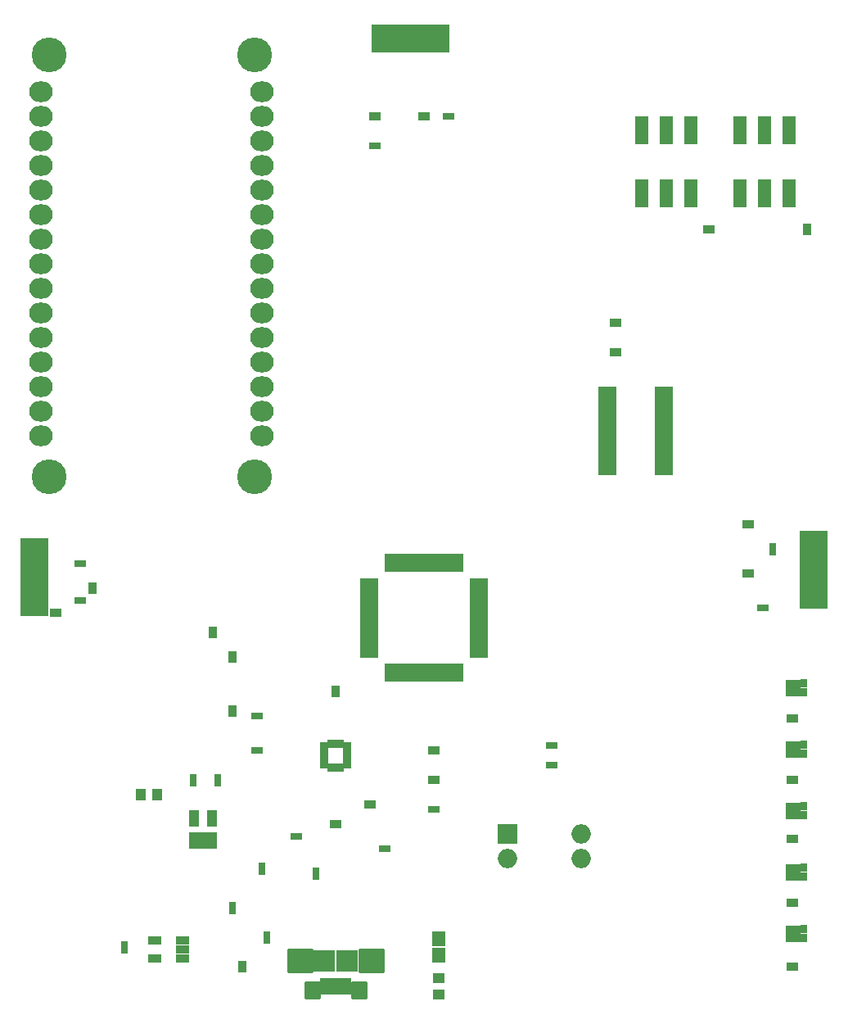
<source format=gts>
G04 #@! TF.FileFunction,Soldermask,Top*
%FSLAX46Y46*%
G04 Gerber Fmt 4.6, Leading zero omitted, Abs format (unit mm)*
G04 Created by KiCad (PCBNEW 4.0.7) date 07/02/18 07:29:01*
%MOMM*%
%LPD*%
G01*
G04 APERTURE LIST*
%ADD10C,0.100000*%
%ADD11C,0.381000*%
%ADD12R,0.800000X1.750000*%
%ADD13R,2.200000X2.300000*%
%ADD14R,0.500000X0.500000*%
%ADD15O,2.432000X2.127200*%
%ADD16C,3.600000*%
%ADD17R,1.000000X2.900000*%
%ADD18R,0.750000X0.700000*%
%ADD19R,0.680000X0.830000*%
%ADD20R,0.700000X0.750000*%
%ADD21R,2.900000X1.000000*%
%ADD22R,0.830000X0.680000*%
%ADD23R,0.780000X0.950000*%
%ADD24R,1.600000X1.800000*%
%ADD25R,1.200000X1.000000*%
%ADD26R,1.000000X1.200000*%
%ADD27R,2.000000X2.000000*%
%ADD28O,2.000000X2.000000*%
%ADD29R,1.400000X1.500000*%
%ADD30R,1.873200X0.755600*%
%ADD31R,1.400000X2.900000*%
%ADD32R,0.920000X0.750000*%
%ADD33R,0.750000X0.920000*%
%ADD34R,1.000000X1.790000*%
%ADD35R,1.314400X0.933400*%
%ADD36R,1.870000X0.650000*%
%ADD37R,0.650000X1.870000*%
G04 APERTURE END LIST*
D10*
D11*
G36*
X129035940Y-142274000D02*
X127784000Y-142274000D01*
X127784000Y-140823745D01*
X129035940Y-140823745D01*
X129035940Y-142274000D01*
G37*
X129035940Y-142274000D02*
X127784000Y-142274000D01*
X127784000Y-140823745D01*
X129035940Y-140823745D01*
X129035940Y-142274000D01*
G36*
X124179550Y-142274000D02*
X122934000Y-142274000D01*
X122934000Y-140823013D01*
X124179550Y-140823013D01*
X124179550Y-142274000D01*
G37*
X124179550Y-142274000D02*
X122934000Y-142274000D01*
X122934000Y-140823013D01*
X124179550Y-140823013D01*
X124179550Y-142274000D01*
G36*
X130789000Y-139599000D02*
X128484000Y-139599000D01*
X128484000Y-137495120D01*
X130789000Y-137495120D01*
X130789000Y-139599000D01*
G37*
X130789000Y-139599000D02*
X128484000Y-139599000D01*
X128484000Y-137495120D01*
X130789000Y-137495120D01*
X130789000Y-139599000D01*
G36*
X123477480Y-139599000D02*
X121184000Y-139599000D01*
X121184000Y-137489280D01*
X123477480Y-137489280D01*
X123477480Y-139599000D01*
G37*
X123477480Y-139599000D02*
X121184000Y-139599000D01*
X121184000Y-137489280D01*
X123477480Y-137489280D01*
X123477480Y-139599000D01*
D12*
X125984000Y-141224000D03*
X126634000Y-141224000D03*
X125334000Y-141224000D03*
X127284000Y-141224000D03*
X124684000Y-141224000D03*
D13*
X127134000Y-138549000D03*
X124834000Y-138549000D03*
D14*
X128409000Y-142074000D03*
X123559000Y-142061500D03*
X130496500Y-138511500D03*
X121471500Y-138536500D03*
D15*
X118364000Y-84328000D03*
X118364000Y-81788000D03*
X118364000Y-79248000D03*
X118364000Y-76708000D03*
X118364000Y-74168000D03*
X118364000Y-71628000D03*
X118364000Y-69088000D03*
X118364000Y-66548000D03*
X118364000Y-64008000D03*
X118364000Y-61468000D03*
X118364000Y-58928000D03*
X118364000Y-56388000D03*
X118364000Y-53848000D03*
X118364000Y-51308000D03*
X118364000Y-48768000D03*
X95504000Y-84328000D03*
X95504000Y-53848000D03*
X95504000Y-51308000D03*
X95504000Y-56388000D03*
X95504000Y-71628000D03*
X95504000Y-74168000D03*
X95504000Y-69088000D03*
X95504000Y-48768000D03*
X95504000Y-64008000D03*
X95504000Y-66548000D03*
X95504000Y-61468000D03*
X95504000Y-58928000D03*
X95504000Y-79248000D03*
X95504000Y-76708000D03*
X95504000Y-81788000D03*
D16*
X117564000Y-44948000D03*
X96364000Y-44948000D03*
X96364000Y-88578000D03*
X117614000Y-88578000D03*
D17*
X130228000Y-43246000D03*
X131228000Y-43246000D03*
X132228000Y-43246000D03*
X133228000Y-43246000D03*
X134228000Y-43246000D03*
X135228000Y-43246000D03*
X136228000Y-43246000D03*
X137228000Y-43246000D03*
D18*
X171196000Y-95732000D03*
X171196000Y-96292000D03*
D19*
X168916000Y-93472000D03*
X168396000Y-93472000D03*
X168916000Y-98552000D03*
X168396000Y-98552000D03*
D20*
X170460000Y-102108000D03*
X169900000Y-102108000D03*
D21*
X175448000Y-94668000D03*
X175448000Y-95668000D03*
X175448000Y-96668000D03*
X175448000Y-97668000D03*
X175448000Y-98668000D03*
X175448000Y-99668000D03*
X175448000Y-100668000D03*
X175448000Y-101668000D03*
X94808000Y-102436000D03*
X94808000Y-101436000D03*
X94808000Y-100436000D03*
X94808000Y-99436000D03*
X94808000Y-98436000D03*
X94808000Y-97436000D03*
X94808000Y-96436000D03*
X94808000Y-95436000D03*
D20*
X99288000Y-97536000D03*
X99848000Y-97536000D03*
X99288000Y-101346000D03*
X99848000Y-101346000D03*
D19*
X96768000Y-102616000D03*
X97288000Y-102616000D03*
D22*
X100838000Y-99816000D03*
X100838000Y-100336000D03*
D19*
X172968000Y-139192000D03*
X173488000Y-139192000D03*
D23*
X174383000Y-135313000D03*
X174383000Y-136213000D03*
D24*
X173343000Y-135763000D03*
D20*
X121640000Y-125730000D03*
X122200000Y-125730000D03*
X136424000Y-122936000D03*
X135864000Y-122936000D03*
X131344000Y-127000000D03*
X130784000Y-127000000D03*
X129768000Y-54356000D03*
X130328000Y-54356000D03*
X137388000Y-51308000D03*
X137948000Y-51308000D03*
D18*
X123952000Y-129820000D03*
X123952000Y-129260000D03*
X118364000Y-129312000D03*
X118364000Y-128752000D03*
D20*
X118136000Y-116840000D03*
X117576000Y-116840000D03*
D18*
X113792000Y-120168000D03*
X113792000Y-119608000D03*
X111252000Y-120168000D03*
X111252000Y-119608000D03*
X104140000Y-137440000D03*
X104140000Y-136880000D03*
X118872000Y-136424000D03*
X118872000Y-135864000D03*
X115316000Y-133376000D03*
X115316000Y-132816000D03*
D20*
X148056000Y-116332000D03*
X148616000Y-116332000D03*
X118136000Y-113284000D03*
X117576000Y-113284000D03*
X148056000Y-118364000D03*
X148616000Y-118364000D03*
D25*
X136652000Y-142074000D03*
X136652000Y-140374000D03*
D26*
X105830000Y-121412000D03*
X107530000Y-121412000D03*
D23*
X174383000Y-122613000D03*
X174383000Y-123513000D03*
D24*
X173343000Y-123063000D03*
D23*
X174383000Y-116263000D03*
X174383000Y-117163000D03*
D24*
X173343000Y-116713000D03*
D23*
X174383000Y-109913000D03*
X174383000Y-110813000D03*
D24*
X173343000Y-110363000D03*
D23*
X174383000Y-128963000D03*
X174383000Y-129863000D03*
D24*
X173343000Y-129413000D03*
D27*
X143764000Y-125476000D03*
D28*
X151384000Y-128016000D03*
X143764000Y-128016000D03*
X151384000Y-125476000D03*
D29*
X136652000Y-136310000D03*
X136652000Y-138010000D03*
D22*
X125984000Y-111004000D03*
X125984000Y-110484000D03*
D19*
X135884000Y-119888000D03*
X136404000Y-119888000D03*
X135884000Y-116840000D03*
X136404000Y-116840000D03*
X125724000Y-124460000D03*
X126244000Y-124460000D03*
X129788000Y-51308000D03*
X130308000Y-51308000D03*
X134868000Y-51308000D03*
X135388000Y-51308000D03*
D22*
X116332000Y-138932000D03*
X116332000Y-139452000D03*
D19*
X129800000Y-122428000D03*
X129280000Y-122428000D03*
D22*
X113284000Y-104908000D03*
X113284000Y-104388000D03*
X115316000Y-106928000D03*
X115316000Y-107448000D03*
X174752000Y-62732000D03*
X174752000Y-63252000D03*
D19*
X164332000Y-62992000D03*
X164852000Y-62992000D03*
X172968000Y-125984000D03*
X173488000Y-125984000D03*
X172968000Y-119888000D03*
X173488000Y-119888000D03*
X172968000Y-113538000D03*
X173488000Y-113538000D03*
X172968000Y-132588000D03*
X173488000Y-132588000D03*
D22*
X115316000Y-113036000D03*
X115316000Y-112516000D03*
D19*
X154680000Y-75692000D03*
X155200000Y-75692000D03*
X154680000Y-72644000D03*
X155200000Y-72644000D03*
D30*
X154051000Y-79603600D03*
X154051000Y-80238600D03*
X154051000Y-80899000D03*
X154051000Y-81534000D03*
X154051000Y-82194400D03*
X154051000Y-82854800D03*
X154051000Y-83489800D03*
X154051000Y-84150200D03*
X154051000Y-84785200D03*
X154051000Y-85445600D03*
X154051000Y-86106000D03*
X154051000Y-86741000D03*
X154051000Y-87401400D03*
X154051000Y-88036400D03*
X159893000Y-88036400D03*
X159893000Y-87401400D03*
X159893000Y-86741000D03*
X159893000Y-86106000D03*
X159893000Y-85445600D03*
X159893000Y-84785200D03*
X159893000Y-84150200D03*
X159893000Y-83489800D03*
X159893000Y-82854800D03*
X159893000Y-82194400D03*
X159893000Y-81534000D03*
X159893000Y-80899000D03*
X159893000Y-80238600D03*
X159893000Y-79603600D03*
D31*
X157607000Y-59257000D03*
X157607000Y-52757000D03*
X160147000Y-59257000D03*
X160147000Y-52757000D03*
X162687000Y-59257000D03*
X162687000Y-52757000D03*
X167767000Y-59257000D03*
X167767000Y-52757000D03*
X170307000Y-59257000D03*
X170307000Y-52757000D03*
X172847000Y-59257000D03*
X172847000Y-52757000D03*
D32*
X124759000Y-116348000D03*
X124759000Y-116848000D03*
X124759000Y-117348000D03*
X124759000Y-117848000D03*
X124759000Y-118348000D03*
D33*
X125484000Y-118573000D03*
X125984000Y-118573000D03*
X126484000Y-118573000D03*
D32*
X127209000Y-118348000D03*
X127209000Y-117848000D03*
X127209000Y-117348000D03*
X127209000Y-116848000D03*
X127209000Y-116348000D03*
D33*
X126484000Y-116123000D03*
X125984000Y-116123000D03*
X125484000Y-116123000D03*
D34*
X111318000Y-126133000D03*
X112268000Y-126133000D03*
X113218000Y-126133000D03*
X113218000Y-123803000D03*
X111318000Y-123803000D03*
D35*
X110185200Y-138353800D03*
X110185200Y-137414000D03*
X110185200Y-136474200D03*
X107238800Y-136474200D03*
X107238800Y-138353800D03*
D36*
X129458000Y-99374000D03*
X129458000Y-99874000D03*
X129458000Y-100374000D03*
X129458000Y-100874000D03*
X129458000Y-101374000D03*
X129458000Y-101874000D03*
X129458000Y-102374000D03*
X129458000Y-102874000D03*
X129458000Y-103374000D03*
X129458000Y-103874000D03*
X129458000Y-104374000D03*
X129458000Y-104874000D03*
X129458000Y-105374000D03*
X129458000Y-105874000D03*
X129458000Y-106374000D03*
X129458000Y-106874000D03*
X140798000Y-106874000D03*
X140798000Y-106374000D03*
X140798000Y-105874000D03*
X140798000Y-105374000D03*
X140798000Y-104874000D03*
X140798000Y-104374000D03*
X140798000Y-103874000D03*
X140798000Y-103374000D03*
X140798000Y-102874000D03*
X140798000Y-102374000D03*
X140798000Y-101874000D03*
X140798000Y-101374000D03*
X140798000Y-100874000D03*
X140798000Y-100374000D03*
X140798000Y-99874000D03*
X140798000Y-99374000D03*
D37*
X138878000Y-97454000D03*
X138378000Y-97454000D03*
X137878000Y-97454000D03*
X137378000Y-97454000D03*
X136878000Y-97454000D03*
X136378000Y-97454000D03*
X135878000Y-97454000D03*
X135378000Y-97454000D03*
X134878000Y-97454000D03*
X134378000Y-97454000D03*
X133878000Y-97454000D03*
X133378000Y-97454000D03*
X132878000Y-97454000D03*
X132378000Y-97454000D03*
X131878000Y-97454000D03*
X131378000Y-97454000D03*
X131378000Y-108794000D03*
X131878000Y-108794000D03*
X132378000Y-108794000D03*
X132878000Y-108794000D03*
X133378000Y-108794000D03*
X133878000Y-108794000D03*
X134378000Y-108794000D03*
X134878000Y-108794000D03*
X135378000Y-108794000D03*
X135878000Y-108794000D03*
X136378000Y-108794000D03*
X136878000Y-108794000D03*
X137378000Y-108794000D03*
X137878000Y-108794000D03*
X138378000Y-108794000D03*
X138878000Y-108794000D03*
M02*

</source>
